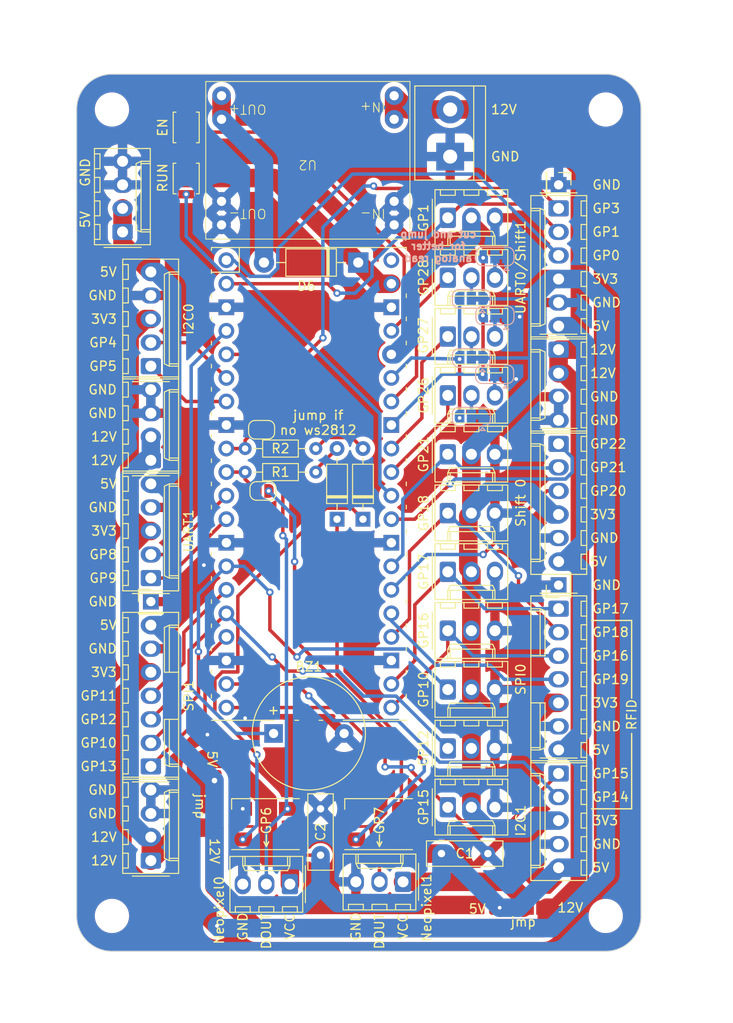
<source format=kicad_pcb>
(kicad_pcb (version 20221018) (generator pcbnew)
  (layers (0 "F.Cu" signal) (31 "B.Cu" signal) (34 "B.Paste" user) (35 "F.Paste" user) (36 "B.SilkS" user "B.Silkscreen") (37 "F.SilkS" user "F.Silkscreen") (38 "B.Mask" user) (39 "F.Mask" user) (44 "Edge.Cuts" user))
  (net 0 "")
  (net 1 "GPIO2")
  (net 2 "GND")
  (net 3 "VSYS")
  (net 4 "Net-(D1-DOUT)")
  (net 5 "Net-(D1-DIN)")
  (net 6 "Net-(D2-A)")
  (net 7 "Net-(D4-K)")
  (net 8 "Net-(D4-A)")
  (net 9 "Net-(D5-DOUT)")
  (net 10 "Net-(D6-A)")
  (net 11 "12V")
  (net 12 "GPIO15")
  (net 13 "GPIO14")
  (net 14 "3V3")
  (net 15 "GPIO9")
  (net 16 "GPIO8")
  (net 17 "GPIO13")
  (net 18 "GPIO10")
  (net 19 "GPIO12")
  (net 20 "GPIO11")
  (net 21 "GPIO0")
  (net 22 "GPIO3")
  (net 23 "GPIO1")
  (net 24 "GPIO22")
  (net 25 "GPIO21")
  (net 26 "GPIO20")
  (net 27 "GPIO26_ADC0")
  (net 28 "ADC_VREF")
  (net 29 "AGND")
  (net 30 "GPIO27_ADC1")
  (net 31 "GPIO28_ADC2")
  (net 32 "Net-(J15-Pin_1)")
  (net 33 "Net-(J16-Pin_1)")
  (net 34 "GPIO17")
  (net 35 "GPIO18")
  (net 36 "GPIO16")
  (net 37 "GPIO19")
  (net 38 "GPIO5")
  (net 39 "GPIO4")
  (net 40 "GPIO7")
  (net 41 "GPIO6")
  (net 42 "3V3_EN")
  (net 43 "RUN")
  (net 44 "VBUS")
  (net 45 "Net-(J9-Pin_2)")
  (net 46 "Net-(J9-Pin_3)")
  (net 47 "Net-(J11-Pin_3)")
  (net 48 "Net-(J11-Pin_2)")
  (net 49 "Net-(J13-Pin_2)")
  (net 50 "Net-(J13-Pin_3)")
  (footprint "Button_Switch_SMD:SW_SPST_B3U-1000P" (layer "F.Cu") (at 179.324 38.178 -90)
    (fp_text reference "SW2" hide)
    (fp_text value "RUN")
  )
  (footprint "Connector_PinHeader_2.54mm:PinHeader_1x01_P2.54mm_Vertical" (layer "F.Cu") (at 175.514 83.82)
    (fp_text reference "J12" hide)
    (fp_text value "Conn_01x01_Pin" hide)
  )
  (footprint "Connector_Molex:Molex_KK-254_AE-6410-03A_1x03_P2.54mm_Vertical" (layer "F.Cu") (at 207.518 80.605)
    (fp_text reference "J33" hide)
    (fp_text value "Conn_01x03_Pin" hide)
  )
  (footprint "Jumper:SolderJumper-2_P1.3mm_Open_RoundedPad1.0x1.5mm" (layer "F.Cu") (at 187.452 65.278 180)
    (fp_text reference "JP4" hide)
    (fp_text value "SolderJumper_2_Open" hide)
  )
  (footprint "Capacitor_THT:C_Disc_D8.0mm_W2.5mm_P5.00mm" (layer "F.Cu") (at 193.802 111.172 90)
    (fp_text reference "C2")
    (fp_text value "100 nf")
  )
  (footprint "MountingHole:MountingHole_3.2mm_M3" (layer "F.Cu") (at 171.323 117.729)
    (fp_text reference "H4" hide)
    (fp_text value "MountingHole" hide)
  )
  (footprint "Connector_Molex:Molex_KK-254_AE-6410-04A_1x04_P2.54mm_Vertical" (layer "F.Cu") (at 172.466 43.942 90)
    (fp_text reference "J5" hide)
    (fp_text value "5V out")
  )
  (footprint "Connector_Molex:Molex_KK-254_AE-6410-04A_1x04_P2.54mm_Vertical" (layer "F.Cu") (at 219.456 56.642 -90)
    (fp_text reference "J20" hide)
    (fp_text value "12V out shift 0")
  )
  (footprint "Diode_THT:D_DO-41_SOD81_P10.16mm_Horizontal" (layer "F.Cu") (at 197.866 47.244 180)
    (fp_text reference "D6")
    (fp_text value "1N5817" hide)
  )
  (footprint "Connector_Molex:Molex_KK-254_AE-6410-04A_1x04_P2.54mm_Vertical" (layer "F.Cu") (at 175.514 111.76 90)
    (fp_text reference "J18" hide)
    (fp_text value "12V out SPI1")
  )
  (footprint "Buzzer_Beeper:Buzzer_12x9.5RM7.6" (layer "F.Cu") (at 188.742 98.044)
    (fp_text reference "BZ1")
    (fp_text value "Buzzer")
  )
  (footprint "Connector_Molex:Molex_KK-254_AE-6410-03A_1x03_P2.54mm_Vertical" (layer "F.Cu") (at 207.518 99.655)
    (fp_text reference "J29" hide)
    (fp_text value "Conn_01x03_Pin" hide)
  )
  (footprint "TerminalBlock:TerminalBlock_bornier-2_P5.08mm" (layer "F.Cu") (at 207.772 35.814 90)
    (fp_text reference "J1" hide)
    (fp_text value "incoming 12v" hide)
  )
  (footprint "Connector_Molex:Molex_KK-254_AE-6410-03A_1x03_P2.54mm_Vertical" (layer "F.Cu") (at 207.518 93.305)
    (fp_text reference "J28" hide)
    (fp_text value "Conn_01x03_Pin" hide)
  )
  (footprint "Connector_Molex:Molex_KK-254_AE-6410-03A_1x03_P2.54mm_Vertical" (layer "F.Cu") (at 207.518 55.225)
    (fp_text reference "J11" hide)
    (fp_text value "GPI027" hide)
  )
  (footprint "MCU_RaspberryPi_and_Boards:RPi_Pico_SMD_TH_No_Pads_No_Debug_No_USB" (layer "F.Cu") (at 192.542 71.12)
    (fp_text reference "U1" hide)
    (fp_text value "Pico")
  )
  (footprint "MountingHole:MountingHole_3.2mm_M3" (layer "F.Cu") (at 171.323 30.734)
    (fp_text reference "H1" hide)
    (fp_text value "MountingHole" hide)
  )
  (footprint "Connector_Molex:Molex_KK-254_AE-6410-04A_1x04_P2.54mm_Vertical" (layer "F.Cu") (at 175.514 68.58 90)
    (fp_text reference "J19" hide)
    (fp_text value "12V out I2C0")
  )
  (footprint "MountingHole:MountingHole_3.2mm_M3" (layer "F.Cu") (at 224.536 117.729)
    (fp_text reference "H3" hide)
    (fp_text value "MountingHole" hide)
  )
  (footprint "Connector_Molex:Molex_KK-254_AE-6410-05A_1x05_P2.54mm_Vertical" (layer "F.Cu") (at 175.514 81.28 90)
    (fp_text reference "J3" hide)
    (fp_text value "UART1")
  )
  (footprint "Connector_PinHeader_2.54mm:PinHeader_1x01_P2.54mm_Vertical" (layer "F.Cu") (at 219.456 38.862 -90)
    (fp_text reference "J10" hide)
    (fp_text value "Conn_01x01_Pin" hide)
  )
  (footprint "Connector_Molex:Molex_KK-254_AE-6410-03A_1x03_P2.54mm_Vertical" (layer "F.Cu") (at 207.518 67.925)
    (fp_text reference "J35" hide)
    (fp_text value "Conn_01x03_Pin" hide)
  )
  (footprint "Diode_THT:D_DO-35_SOD27_P7.62mm_Horizontal" (layer "F.Cu") (at 195.58 74.93 90)
    (fp_text reference "D4" hide)
    (fp_text value "1N4148")
  )
  (footprint "Connector_Molex:Molex_KK-254_AE-6410-03A_1x03_P2.54mm_Vertical" (layer "F.Cu") (at 207.518 86.955)
    (fp_text reference "J32" hide)
    (fp_text value "Conn_01x03_Pin" hide)
  )
  (footprint "Connector_Molex:Molex_KK-254_AE-6410-07A_1x07_P2.54mm_Vertical" (layer "F.Cu") (at 175.514 101.6 90)
    (fp_text reference "J4" hide)
    (fp_text value "SPI1")
  )
  (footprint "LED_SMD:LED_WS2812B_PLCC4_5.0x5.0mm_P3.2mm" (layer "F.Cu") (at 187.87 107.824 180)
    (fp_text reference "D1" hide)
    (fp_text value "WS2812B" hide)
  )
  (footprint "Connector_Molex:Molex_KK-254_AE-6410-03A_1x03_P2.54mm_Vertical" (layer "F.Cu") (at 207.518 74.275)
    (fp_text reference "J34" hide)
    (fp_text value "Conn_01x03_Pin" hide)
  )
  (footprint "Connector_Molex:Molex_KK-254_AE-6410-03A_1x03_P2.54mm_Vertical" (layer "F.Cu") (at 207.518 48.875)
    (fp_text reference "J13" hide)
    (fp_text value "GPI028" hide)
  )
  (footprint "Connector_PinHeader_2.54mm:PinHeader_1x01_P2.54mm_Vertical" (layer "F.Cu") (at 219.456 82.042 90)
    (fp_text reference "J14" hide)
    (fp_text value "Conn_01x01_Pin" hide)
  )
  (footprint "LED_SMD:LED_WS2812B_PLCC4_5.0x5.0mm_P3.2mm" (layer "F.Cu") (at 200.062 107.824 180)
    (fp_text reference "D5" hide)
    (fp_text value "WS2812B" hide)
  )
  (footprint "Connector_Molex:Molex_KK-254_AE-6410-05A_1x05_P2.54mm_Vertical" (layer "F.Cu") (at 175.514 58.42 90)
    (fp_text reference "J21" hide)
    (fp_text value "I2C0")
  )
  (footprint "Capacitor_THT:C_Disc_D8.0mm_W2.5mm_P5.00mm" (layer "F.Cu") (at 206.836 110.998)
    (fp_text reference "C1")
    (fp_text value "100 nf")
  )
  (footprint "Custom:Mini MP1584EN" (layer "F.Cu") (at 192.434 36.215 180)
    (fp_text reference "U2")
    (fp_text value "~")
  )
  (footprint "Resistor_THT:R_Axial_DIN0204_L3.6mm_D1.6mm_P7.62mm_Horizontal" (layer "F.Cu") (at 185.674 69.85)
    (fp_text reference "R1")
    (fp_text value "R")
  )
  (footprint "Custom:3 pads" (layer "F.Cu") (at 215.646 116.84)
    (fp_text reference "JP2" hide)
    (fp_text value "SolderJumper_3_Open" hide)
  )
  (footprint "Connector_Molex:Molex_KK-254_AE-6410-07A_1x07_P2.54mm_Vertical" (layer "F.Cu") (at 219.456 84.582 -90)
    (fp_text reference "J17" hide)
    (fp_text value "SPI0")
  )
  (footprint "Connector_Molex:Molex_KK-254_AE-6410-03A_1x03_P2.54mm_Vertical" (layer "F.Cu") (at 207.518 106.005)
    (fp_text reference "J31" hide)
    (fp_text value "Conn_01x03_Pin" hide)
  )
  (footprint "Diode_THT:D_DO-35_SOD27_P7.62mm_Horizontal" (layer "F.Cu") (at 198.374 74.93 90)
    (fp_text reference "D2" hide)
    (fp_text value "1N4148")
  )
  (footprint "Connector_Molex:Molex_KK-254_AE-6410-03A_1x03_P2.54mm_Vertical" (layer "F.Cu") (at 207.518 61.575)
    (fp_text reference "J9" hide)
    (fp_text value "GPI026" hide)
  )
  (footprint "Connector_Molex:Molex_KK-254_AE-6410-05A_1x05_P2.54mm_Vertical" (layer "F.Cu") (at 219.456 102.362 -90)
    (fp_text reference "J2" hide)
    (fp_text value "I2C1")
  )
  (footprint "Connector_Molex:Molex_KK-254_AE-6410-03A_1x03_P2.54mm_Vertical" (layer "F.Cu") (at 190.5 114.298 180)
    (fp_text reference "J15" hide)
    (fp_text value "Neopixel0")
  )
  (footprint "Connector_Molex:Molex_KK-254_AE-6410-03A_1x03_P2.54mm_Vertical" (layer "F.Cu") (at 202.692 114.046 180)
    (fp_text reference "J16" hide)
    (fp_text value "Neopixel1")
  )
  (footprint "Button_Switch_SMD:SW_SPST_B3U-1000P" (layer "F.Cu") (at 179.324 32.668 90)
    (fp_text reference "SW1" hide)
    (fp_text value "EN")
  )
  (footprint "Jumper:SolderJumper-2_P1.3mm_Open_RoundedPad1.0x1.5mm" (layer "F.Cu") (at 187.594 71.882 180)
    (fp_text reference "JP3" hide)
    (fp_text value "SolderJumper_2_Open" hide)
  )
  (footprint "Connector_Molex:Molex_KK-254_AE-6410-06A_1x06_P2.54mm_Vertical" (layer "F.Cu") (at 219.456 66.802 -90)
    (fp_text reference "J8" hide)
    (fp_text value "Shift 0")
  )
  (footprint "Resistor_THT:R_Axial_DIN0204_L3.6mm_D1.6mm_P7.62mm_Horizontal" (layer "F.Cu") (at 185.674 67.31)
    (fp_text reference "R2")
    (fp_text value "R")
  )
  (footprint "Connector_Molex:Molex_KK-254_AE-6410-03A_1x03_P2.54mm_Vertical" (layer "F.Cu") (at 207.518 42.418)
    (fp_text reference "J6" hide)
    (fp_text value "Conn_01x03_Pin" hide)
  )
  (footprint "MountingHole:MountingHole_3.2mm_M3" (layer "F.Cu") (at 224.536 30.734)
    (fp_text reference "H2" hide)
    (fp_text value "MountingHole" hide)
  )
  (footprint "Connector_Molex:Molex_KK-254_AE-6410-06A_1x06_P2.54mm_Vertical" (layer "F.Cu") (at 219.456 41.402 -90)
    (fp_text reference "J7" hide)
    (fp_text value "UART0/Shift1")
  )
  (footprint "Custom:3 pads" (layer "F.Cu") (at 182.372 105.664 -90)
    (fp_text reference "JP1" hide)
    (fp_text value "SolderJumper_3_Open" hide)
  )
  (footprint "Jumper:SolderJumper-3_P1.3mm_Bridged12_RoundedPad1.0x1.5mm" (layer "B.Cu") (at 212.598 46.589 180)
    (fp_text reference "JP8" hide)
    (fp_text value "SolderJumper_3_Bridged12" hide)
  )
  (footprint "Jumper:SolderJumper-3_P1.3mm_Bridged12_RoundedPad1.0x1.5mm" (layer "B.Cu") (at 210.058 57.535 180)
    (fp_text reference "JP6" hide)
    (fp_text value "SolderJumper_3_Bridged12" hide)
  )
  (footprint "Jumper:SolderJumper-3_P1.3mm_Bridged12_RoundedPad1.0x1.5mm" (layer "B.Cu") (at 212.598 52.963 180)
    (fp_text reference "JP5" hide)
    (fp_text value "SolderJumper_3_Bridged12" hide)
  )
  (footprint "Jumper:SolderJumper-3_P1.3mm_Bridged12_RoundedPad1.0x1.5mm" (layer "B.Cu") (at 210.058 51.161 180)
    (fp_text reference "JP7" hide)
    (fp_text value "SolderJumper_3_Bridged12" hide)
  )
  (footprint "Jumper:SolderJumper-3_P1.3mm_Bridged12_RoundedPad1.0x1.5mm" (layer "B.Cu") (at 210.058 63.861 180)
    (fp_text reference "JP9" hide)
    (fp_text value "SolderJumper_3_Bridged12" hide)
  )
  (footprint "Jumper:SolderJumper-3_P1.3mm_Bridged12_RoundedPad1.0x1.5mm" (layer "B.Cu") (at 212.568 59.289 180)
    (fp_text reference "JP10" hide)
    (fp_text value "SolderJumper_3_Bridged12" hide)
  )
  (gr_line (start 187.96 110.236) (end 188.214 109.728) (stroke (width 0.15)) (layer "F.SilkS"))
  (gr_line (start 227.33 106.172) (end 227.33 98.044) (stroke (width 0.15)) (layer "F.SilkS"))
  (gr_line (start 187.96 110.236) (end 187.706 109.728) (stroke (width 0.15)) (layer "F.SilkS"))
  (gr_line (start 227.33 94.234) (end 227.33 85.852) (stroke (width 0.15)) (layer "F.SilkS"))
  (gr_line (start 227.33 85.852) (end 223.012 85.852) (stroke (width 0.15)) (layer "F.SilkS"))
  (gr_line (start 200.152 108.966) (end 200.152 110.236) (stroke (width 0.15)) (layer "F.SilkS"))
  (gr_line (start 187.96 108.966) (end 187.96 110.236) (stroke (width 0.15)) (layer "F.SilkS"))
  (gr_line (start 223.012 106.172) (end 227.33 106.172) (stroke (width 0.15)) (layer "F.SilkS"))
  (gr_line (start 200.152 110.236) (end 199.898 109.728) (stroke (width 0.15)) (layer "F.SilkS"))
  (gr_line (start 200.152 110.236) (end 200.406 109.728) (stroke (width 0.15)) (layer "F.SilkS"))
  (gr_arc (start 171.323 121.539) (mid 168.628923 120.423077) (end 167.513 117.729) (stroke (width 0.1)) (layer "Edge.Cuts"))
  (gr_line (start 228.346 117.729) (end 228.346 30.734) (stroke (width 0.1)) (layer "Edge.Cuts"))
  (gr_arc (start 228.346 117.729) (mid 227.230077 120.423077) (end 224.536 121.539) (stroke (width 0.1)) (layer "Edge.Cuts"))
  (gr_line (start 171.323 121.539) (end 224.536 121.539) (stroke (width 0.1)) (layer "Edge.Cuts"))
  (gr_arc (start 224.536 26.924) (mid 227.230077 28.039923) (end 228.346 30.734) (stroke (width 0.1)) (layer "Edge.Cuts"))
  (gr_line (start 167.513 30.734) (end 167.513 117.729) (stroke (width 0.1)) (layer "Edge.Cuts"))
  (gr_line (start 224.536 26.924) (end 171.323 26.924) (stroke (width 0.1)) (layer "Edge.Cuts"))
  (gr_arc (start 167.513 30.734) (mid 168.628923 28.039923) (end 171.323 26.924) (stroke (width 0.1)) (layer "Edge.Cuts"))
  (gr_text "cut and jump\nfor better\nanalog read" (at 206.502 45.466) (layer "B.SilkS") (effects (font (size 0.8 0.8) (thickness 0.2) bold) (justify mirror)))
  (gr_text "12V" (at 171.938 68.58) (layer "F.SilkS") (effects (font (size 1 1)) (justify right)))
  (gr_text "GND" (at 222.758 61.722) (layer "F.SilkS") (effects (font (size 1 1)) (justify left)))
  (gr_text "GND" (at 223.012 97.282) (layer "F.SilkS") (effects (font (size 1 1)) (justify left)))
  (gr_text "GP16" (at 205.486 86.935 90) (layer "F.SilkS") (effects (font (size 1 1)) (justify bottom)))
  (gr_text "VCC" (at 190.5 118.87 90) (layer "F.SilkS") (effects (font (size 1 1))))
  (gr_text "GND" (at 223.012 109.982) (layer "F.SilkS") (effects (font (size 1 1)) (justify left)))
  (gr_text "GP4" (at 171.938 55.88) (layer "F.SilkS") (effects (font (size 1 1)) (justify right)))
  (gr_text "GND" (at 171.938 63.5) (layer "F.SilkS") (effects (font (size 1 1)) (justify right)))
  (gr_text "GND" (at 197.612 118.872 90) (layer "F.SilkS") (effects (font (size 1 1))))
  (gr_text "GP0" (at 223.012 46.482) (layer "F.SilkS") (effects (font (size 1 1)) (justify left)))
  (gr_text "3V3" (at 223.012 107.442) (layer "F.SilkS") (effects (font (size 1 1)) (justify left)))
  (gr_text "GND" (at 223.012 82.042) (layer "F.SilkS") (effects (font (size 1 1)) (justify left)))
  (gr_text "GP12" (at 171.938 96.52) (layer "F.SilkS") (effects (font (size 1 1)) (justify right)))
  (gr_text "jmp" (at 180.848 105.898 -90) (layer "F.SilkS") (effects (font (size 1 1))))
  (gr_text "GP6" (at 187.96 107.442 90) (layer "F.SilkS") (effects (font (size 1 1))))
  (gr_text "GND" (at 222.758 64.262) (layer "F.SilkS") (effects (font (size 1 1)) (justify left)))
  (gr_text "GP9" (at 171.958 81.28) (layer "F.SilkS") (effects (font (size 1 1)) (justify right)))
  (gr_text "GP18" (at 205.486 74.275 90) (layer "F.SilkS") (effects (font (size 1 1)) (justify bottom)))
  (gr_text "3V3" (at 222.758 74.422) (layer "F.SilkS") (effects (font (size 1 1)) (justify left)))
  (gr_text "GND" (at 168.448 37.524 90) (layer "F.SilkS") (effects (font (size 1 1))))
  (gr_text "GP10" (at 171.938 99.06) (layer "F.SilkS") (effects (font (size 1 1)) (justify right)))
  (gr_text "GND" (at 171.938 104.14) (layer "F.SilkS") (effects (font (size 1 1)) (justify right)))
  (gr_text "GP1" (at 223.012 43.942) (layer "F.SilkS") (effects (font (size 1 1)) (justify left)))
  (gr_text "5V" (at 210.693 116.967) (layer "F.SilkS") (effects (font (size 1 1))))
  (gr_text "5V" (at 223.012 112.522) (layer "F.SilkS") (effects (font (size 1 1)) (justify left)))
  (gr_text "5V" (at 223.012 54.102) (layer "F.SilkS") (effects (font (size 1 1)) (justify left)))
  (gr_text "GP18" (at 223.012 87.122) (layer "F.SilkS") (effects (font (size 1 1)) (justify left)))
  (gr_text "12V" (at 171.938 109.22) (layer "F.SilkS") (effects (font (size 1 1)) (justify right)))
  (gr_text "GP13" (at 171.938 101.6) (layer "F.SilkS") (effects (font (size 1 1)) (justify right)))
  (gr_text "GP28" (at 205.486 48.855 90) (layer "F.SilkS") (effects (font (size 1 1)) (justify bottom)))
  (gr_text "GP15" (at 205.486 106.005 90) (layer "F.SilkS") (effects (font (size 1 1)) (justify bottom)))
  (gr_text "GND" (at 171.938 106.68) (layer "F.SilkS") (effects (font (size 1 1)) (justify right)))
  (gr_text "GP5" (at 171.938 58.42) (layer "F.SilkS") (effects (font (size 1 1)) (justify right)))
  (gr_text "GND" (at 171.938 88.9) (layer "F.SilkS") (effects (font (size 1 1)) (justify right)))
  (gr_text "GP15" (at 223.012 102.362) (layer "F.SilkS") (effects (font (size 1 1)) (justify left)))
  (gr_text "jmp" (at 215.646 118.364) (layer "F.SilkS") (effects (font (size 1 1))))
  (gr_text "12V" (at 182.372 110.724 -90) (layer "F.SilkS") (effects (font (size 1 1))))
  (gr_text "GP19" (at 223.012 92.202) (layer "F.SilkS") (effects (font (size 1 1)) (justify left)))
  (gr_text "12V" (at 222.758 59.182) (layer "F.SilkS") (effects (font (size 1 1)) (justify left)))
  (gr_text "GP21" (at 222.758 69.342) (layer "F.SilkS") (effects (font (size 1 1)) (justify left)))
  (gr_text "GP16" (at 223.012 89.662) (layer "F.SilkS") (effects (font (size 1 1)) (justify left)))
  (gr_text "5V" (at 168.448 42.604 90) (layer "F.SilkS") (effects (font (size 1 1))))
  (gr_text "DOUT" (at 200.152 119.38 90) (layer "F.SilkS") (effects (font (size 1 1))))
  (gr_text "3V3" (at 223.012 94.742) (layer "F.SilkS") (effects (font (size 1 1)) (justify left)))
  (gr_text "GP3" (at 223.012 41.402) (layer "F.SilkS") (effects (font (size 1 1)) (justify left)))
  (gr_text "GND" (at 171.938 60.96) (layer "F.SilkS") (effects (font (size 1 1)) (justify right)))
  (gr_text "GND" (at 212.09 35.814) (layer "F.SilkS") (effects (font (size 1 1)) (justify left)))
  (gr_text "12V" (at 222.758 56.642) (layer "F.SilkS") (effects (font (size 1 1)) (justify left)))
  (gr_text "GP17" (at 223.012 84.582) (layer "F.SilkS") (effects (font (size 1 1)) (justify left)))
  (gr_text "GP17" (at 205.486 80.605 90) (layer "F.SilkS") (effects (font (size 1 1)) (justify bottom)))
  (gr_text "12V" (at 212.09 30.734) (layer "F.SilkS") (effects (font (size 1 1)) (justify left)))
  (gr_text "GP12" (at 205.486 99.655 90) (layer "F.SilkS") (effects (font (size 1 1)) (justify bottom)))
  (gr_text "12V" (at 171.938 111.76) (layer "F.SilkS") (effects (font (size 1 1)) (justify right)))
  (gr_text "GP22" (at 222.758 66.802) (layer "F.SilkS") (effects (font (size 1 1)) (justify left)))
  (gr_text "5V" (at 171.938 86.36) (layer "F.SilkS") (effects (font (size 1 1)) (justify right)))
  (gr_text "3V3" (at 171.958 76.2) (layer "F.SilkS") (effects (font (size 1 1)) (justify right)))
  (gr_text "GP11" (at 171.938 93.98) (layer "F.SilkS") (effects (font (size 1 1)) (justify right)))
  (gr_text "GND" (at 171.958 73.66) (layer "F.SilkS") (effects (font (size 1 1)) (justify right)))
  (gr_text "12V" (at 220.726 116.84) (layer "F.SilkS") (effects (font (size 1 1))))
  (gr_text "3V3" (at 171.938 53.34) (layer "F.SilkS") (effects (font (size 1 1)) (justify right)))
  (gr_text "GP20" (at 222.758 71.882) (layer "F.SilkS") (effects (font (size 1 1)) (justify left)))
  (gr_text "5V" (at 171.938 48.26) (layer "F.SilkS") (effects (font (size 1 1)) (justify right)))
  (gr_text "VCC" (at 202.692 118.872 90) (layer "F.SilkS") (effects (font (size 1 1))))
  (gr_text "GND" (at 171.938 50.8) (layer "F.SilkS") (effects (font (size 1 1)) (justify right)))
  (gr_text "GP10" (at 205.486 93.305 90) (layer "F.SilkS") (effects (font (size 1 1)) (justify bottom)))
  (gr_text "12V" (at 171.938 66.04) (layer "F.SilkS") (effects (font (size 1 1)) (justify right)))
  (gr_text "jump if\nno ws2812" (at 193.548 64.516) (layer "F.SilkS") (effects (font (size 1 1))))
  (gr_text "5V" (at 223.012 99.822) (layer "F.SilkS") (effects (font (size 1 1)) (justify left)))
  (gr_text "GP1" (at 205.486 42.418 90) (layer "F.SilkS") (effects (font (size 1 1)) (justify bottom)))
  (gr_text "5V" (at 222.758 79.502) (layer "F.SilkS") (effects (font (size 1 1)) (justify left)))
  (gr_text "3V3" (at 223.012 49.022) (layer "F.SilkS") (effects (font (size 1 1)) (justify left)))
  (gr_text "GP8" (at 171.958 78.74) (layer "F.SilkS") (effects (font (size 1 1)) (justify right)))
  (gr_text "GND" (at 223.012 38.862) (layer "F.SilkS") (effects (font (size 1 1)) (justify left)))
  (gr_text "GND" (at 185.42 118.87 90) (layer "F.SilkS") (effects (font (size 1 1))))
  (gr_text "GP21" (at 205.486 67.925 90) (layer "F.SilkS") (effects (font (size 1 1)) (justify bottom)))
  (gr_text "GP26" (at 205.486 61.575 90) (layer "F.SilkS") (effects (font (size 1 1)) (justify bottom)))
  (gr_text "GP27" (at 205.464 55.116 90) (layer "F.SilkS") (effects (font (size 1 1)) (justify bottom)))
  (gr_text "RFID" (at 227.33 96.012 90) (layer "F.SilkS") (effects (font (size 1 1))))
  (gr_text "GP7" (at 200.152 107.442 90) (layer "F.SilkS") (effects (font (size 1 1))))
  (gr_text "3V3" (at 171.938 91.44) (layer "F.SilkS") (effects (font (size 1 1)) (justify right)))
  (gr_text "GND" (at 171.958 83.82) (layer "F.SilkS") (effects (font (size 1 1)) (justify right)))
  (gr_text "5V" (at 171.958 71.12) (layer "F.SilkS") (effects (font (size 1 1)) (justify right)))
  (gr_text "5V" (at 182.118 100.818 -90) (layer "F.SilkS") (effects (font (size 1 1))))
  (gr_text "DOUT" (at 187.96 119.378 90) (layer "F.SilkS") (effects (font (size 1 1))))
  (gr_text "GND" (at 223.012 51.562) (layer "F.SilkS") (effects (font (size 1 1)) (justify left)))
  (gr_text "GP14" (at 223.012 104.902) (layer "F.SilkS") (effects (font (size 1 1)) (justify left)))
  (gr_text "GND" (at 222.758 76.962) (layer "F.SilkS") (effects (font (size 1 1)) (justify left)))
  (segment (start 179.859994 93.208084) (end 179.859994 58.402006) (width 0.375) (layer "B.Cu") (net 1))
  (segment (start 184.69591 98.044) (end 179.859994 93.208084) (width 0.375) (layer "B.Cu") (net 1))
  (segment (start 188.742 98.044) (end 184.69591 98.044) (width 0.375) (layer "B.Cu") (net 1))
  (segment (start 179.859994 58.402006) (end 183.652 54.61) (width 0.375) (layer "B.Cu") (net 1))
  (via (at 185.674 96.393) (size 0.8) (drill 0.4) (layers "F.Cu" "B.Cu") (net 2))
  (via (at 214.884 59.817) (size 0.8) (drill 0.4) (layers "F.Cu" "B.Cu") (net 2))
  (via (at 214.122 50.038) (size 0.8) (drill 0.4) (layers "F.Cu" "B.Cu") (net 2))
  (via (at 181.61 98.171) (size 0.8) (drill 0.4) (layers "F.Cu" "B.Cu") (net 2))
  (via (at 215.265 53.086) (size 0.8) (drill 0.4) (layers "F.Cu" "B.Cu") (net 2))
  (via (at 185.42 106.172) (size 0.8) (drill 0.4) (layers "F.Cu" "B.Cu") (net 2))
  (via (at 181.229 79.883) (size 0.8) (drill 0.4) (layers "F.Cu" "B.Cu") (net 2))
  (segment (start 172.466 45.212) (end 175.514 48.26) (width 2) (layer "F.Cu") (net 3))
  (segment (start 204.036 110.998) (end 202.512 109.474) (width 2) (layer "F.Cu") (net 3))
  (segment (start 193.802 111.172) (end 192.018 111.172) (width 0.375) (layer "F.Cu") (net 3))
  (segment (start 188.75 38.128) (end 197.866 47.244) (width 2) (layer "F.Cu") (net 3))
  (segment (start 197.866 47.244) (end 200.152 49.53) (width 2) (layer "F.Cu") (net 3))
  (segment (start 172.466 43.942) (end 172.466 45.212) (width 2) (layer "F.Cu") (net 3))
  (segment (start 175.514 39.988) (end 177.374 38.128) (width 2) (layer "F.Cu") (net 3))
  (segment (start 177.374 38.128) (end 188.75 38.128) (width 2) (layer "F.Cu") (net 3))
  (segment (start 175.514 48.26) (end 175.514 39.988) (width 2) (layer "F.Cu") (net 3))
  (segment (start 206.836 110.998) (end 204.036 110.998) (width 2) (layer "F.Cu") (net 3))
  (segment (start 172.466 41.402) (end 172.466 43.942) (width 2) (layer "F.Cu") (net 3))
  (segment (start 192.018 111.172) (end 190.32 109.474) (width 0.375) (layer "F.Cu") (net 3))
  (segment (start 200.152 49.53) (end 201.432 49.53) (width 2) (layer "F.Cu") (net 3))
  (via (at 182.372 103.124) (size 1.2) (drill 0.6) (layers "F.Cu" "B.Cu") (net 3))
  (via (at 213.106 116.84) (size 0.8) (drill 0.4) (layers "F.Cu" "B.Cu") (net 3))
  (segment (start 206.836 113.41761) (end 206.836 110.998) (width 2) (layer "B.Cu") (net 3))
  (segment (start 184.562578 116.593) (end 191.72061 116.593) (width 2) (layer "B.Cu") (net 3))
  (segment (start 182.372 103.124) (end 177.809 98.561) (width 2) (layer "B.Cu") (net 3))
  (segment (start 177.074 86.36) (end 177.809 85.625) (width 2) (layer "B.Cu") (net 3))
  (segment (start 219.456 79.502) (end 220.068422 79.502) (width 2) (layer "B.Cu") (net 3))
  (segment (start 177.809 49.942578) (end 176.126422 48.26) (width 2) (layer "B.Cu") (net 3))
  (segment (start 207.264 110.998) (end 213.106 116.84) (width 2) (layer "B.Cu") (net 3))
  (segment (start 206.836 110.998) (end 207.264 110.998) (width 2) (layer "B.Cu") (net 3))
  (segment (start 195.63139 116.341) (end 203.91261 116.341) (width 2) (layer "B.Cu") (net 3))
  (segment (start 222.326 55.943) (end 220.485 54.102) (width 2) (layer "B.Cu") (net 3))
  (segment (start 177.809 85.625) (end 177.809 72.16373) (width 2) (layer "B.Cu") (net 3))
  (segment (start 221.996 80.482) (end 221.016 79.502) (width 2) (layer "B.Cu") (net 3))
  (segment (start 220.781 99.822) (end 219.456 99.822) (width 2) (layer "B.Cu") (net 3))
  (segment (start 177.809 72.16373) (end 176.76527 71.12) (width 2) (layer "B.Cu") (net 3))
  (segment (start 215.138 116.84) (end 219.456 112.522) (width 2) (layer "B.Cu") (net 3))
  (segment (start 176.276 86.36) (end 175.514 86.36) (width 2) (layer "B.Cu") (net 3))
  (segment (start 220.068422 99.822) (end 221.996 97.894422) (width 2) (layer "B.Cu") (net 3))
  (segment (start 193.802 114.51161) (end 195.63139 116.341) (width 2) (layer "B.Cu") (net 3))
  (segment (start 175.514 86.36) (end 177.074 86.36) (width 2) (layer "B.Cu") (net 3))
  (segment (start 221.996 97.894422) (end 221.996 80.482) (width 2) (layer "B.Cu") (net 3))
  (segment (start 177.809 98.561) (end 177.809 87.893) (width 2) (layer "B.Cu") (net 3))
  (segment (start 220.485 54.102) (end 219.456 54.102) (width 2) (layer "B.Cu") (net 3))
  (segment (start 222.101 101.142) (end 220.781 99.822) (width 2) (layer "B.Cu") (net 3))
  (segment (start 193.802 114.51161) (end 193.802 111.172) (width 2) (layer "B.Cu") (net 3))
  (segment (start 182.372 103.124) (end 182.372 114.402422) (width 2) (layer "B.Cu") (net 3))
  (segment (start 213.106 116.84) (end 215.138 116.84) (width 2) (layer "B.Cu") (net 3))
  (segment (start 175.514 71.12) (end 176.48961 71.12) (width 2) (layer "B.Cu") (net 3))
  (segment (start 176.48961 71.12) (end 177.809 69.80061) (width 2) (layer "B.Cu") (net 3))
  (segment (start 191.72061 116.593) (end 193.802 114.51161) (width 2) (layer "B.Cu") (net 3))
  (segment (start 177.809 69.80061) (end 177.809 49.942578) (width 2) (layer "B.Cu") (net 3))
  (segment (start 176.126422 48.26) (end 175.514 48.26) (width 2) (layer "B.Cu") (net 3))
  (segment (start 219.456 99.822) (end 220.068422 99.822) (width 2) (layer "B.Cu") (net 3))
  (segment (start 222.101 112.522) (end 222.101 101.142) (width 2) (layer "B.Cu") (net 3))
  (segment (start 177.809 87.893) (end 176.276 86.36) (width 2) (layer "B.Cu") (net 3))
  (segment (start 182.372 114.402422) (end 184.562578 116.593) (width 2) (layer "B.Cu") (net 3))
  (segment (start 222.326 77.244422) (end 222.326 55.943) (width 2) (layer "B.Cu") (net 3))
  (segment (start 220.068422 79.502) (end 222.326 77.244422) (width 2) (layer "B.Cu") (net 3))
  (segment (start 221.016 79.502) (end 219.456 79.502) (width 2) (layer "B.Cu") (net 3))
  (segment (start 203.91261 116.341) (end 206.836 113.41761) (width 2) (layer "B.Cu") (net 3))
  (segment (start 176.76527 71.12) (end 175.514 71.12) (width 2) (layer "B.Cu") (net 3))
  (segment (start 219.456 112.522) (end 222.101 112.522) (width 2) (layer "B.Cu") (net 3))
  (segment (start 189.738 66.914) (end 189.738 76.708) (width 0.375) (layer "F.Cu") (net 4))
  (segment (start 190.248 106.174) (end 190.246 106.172) (width 0.375) (layer "F.Cu") (net 4))
  (segment (start 190.32 106.174) (end 190.248 106.174) (width 0.375) (layer "F.Cu") (net 4))
  (segment (start 188.102 65.278) (end 189.738 66.914) (width 0.375) (layer "F.Cu") (net 4))
  (via (at 190.246 106.172) (size 0.8) (drill 0.4) (layers "F.Cu" "B.Cu") (net 4))
  (via (at 189.738 76.708) (size 0.8) (drill 0.4) (layers "F.Cu" "B.Cu") (net 4))
  (segment (start 187.96 108.458) (end 187.96 114.298) (width 0.375) (layer "B.Cu") (net 4))
  (segment (start 190.1295 106.0555) (end 190.246 106.172) (width 0.375) (layer "B.Cu") (net 4))
  (segment (start 190.1295 77.0995) (end 190.1295 106.0555) (width 0.375) (layer "B.Cu") (net 4))
  (segment (start 190.246 106.172) (end 187.96 108.458) (width 0.375) (layer "B.Cu") (net 4))
  (segment (start 189.738 76.708) (end 190.1295 77.0995) (width 0.375) (layer "B.Cu") (net 4))
  (segment (start 186.8075 100.15559) (end 182.4145 95.76259) (width 0.375) (layer "F.Cu") (net 5))
  (segment (start 194.3925 73.7425) (end 197.1865 73.7425) (width 0.375) (layer "F.Cu") (net 5))
  (segment (start 186.8075 100.1935) (end 186.944 100.33) (width 0.375) (layer "F.Cu") (net 5))
  (segment (start 182.4145 92.19741) (end 183.20441 91.4075) (width 0.375) (layer "F.Cu") (net 5))
  (segment (start 197.1865 73.7425) (end 198.374 74.93) (width 0.375) (layer "F.Cu") (net 5))
  (segment (start 184.8895 83.2455) (end 194.3925 73.7425) (width 0.375) (layer "F.Cu") (net 5))
  (segment (start 186.8075 100.15559) (end 186.8075 100.1935) (width 0.375) (layer "F.Cu") (net 5))
  (segment (start 182.4145 95.76259) (end 182.4145 92.19741) (width 0.375) (layer "F.Cu") (net 5))
  (segment (start 184.8895 91.4075) (end 184.8895 83.2455) (width 0.375) (layer "F.Cu") (net 5))
  (segment (start 183.20441 91.4075) (end 184.8895 91.4075) (width 0.375) (layer "F.Cu") (net 5))
  (via (at 186.944 100.33) (size 0.8) (drill 0.4) (layers "F.Cu" "B.Cu") (net 5))
  (via (at 185.42 109.474) (size 0.8) (drill 0.4) (layers "F.Cu" "B.Cu") (net 5))
  (segment (start 186.944 107.95) (end 185.42 109.474) (width 0.375) (layer "B.Cu") (net 5))
  (segment (start 186.944 100.33) (end 186.944 107.95) (width 0.375) (layer "B.Cu") (net 5))
  (segment (start 197.1865 66.1225) (end 198.374 67.31) (width 0.375) (layer "F.Cu") (net 6))
  (segment (start 193.294 67.31) (end 194.4815 66.1225) (width 0.375) (layer "F.Cu") (net 6))
  (segment (start 194.4815 66.1225) (end 197.1865 66.1225) (width 0.375) (layer "F.Cu") (net 6))
  (segment (start 195.58 91.694) (end 204.978 101.092) (width 0.375) (layer "F.Cu") (net 7))
  (segment (start 195.58 74.93) (end 195.58 91.694) (width 0.375) (layer "F.Cu") (net 7))
  (via (at 197.612 109.474) (size 0.8) (drill 0.4) (layers "F.Cu" "B.Cu") (net 7))
  (via (at 204.978 101.092) (size 0.8) (drill 0.4) (layers "F.Cu" "B.Cu") (net 7))
  (segment (start 204.978 102.108) (end 197.612 109.474) (width 0.375) (layer "B.Cu") (net 7))
  (segment (start 204.978 101.092) (end 204.978 102.108) (width 0.375) (layer "B.Cu") (net 7))
  (segment (start 193.294 69.596) (end 195.58 67.31) (width 0.375) (layer "F.Cu") (net 8))
  (segment (start 193.294 69.85) (end 193.294 69.596) (width 0.375) (layer "F.Cu") (net 8))
  (segment (start 202.512 99.439172) (end 191.008 87.935172) (width 0.375) (layer "F.Cu") (net 9))
  (segment (start 200.152 108.534) (end 200.152 114.046) (width 0.375) (layer "F.Cu") (net 9))
  (segment (start 191.008 87.935172) (end 191.008 79.502) (width 0.375) (layer "F.Cu") (net 9))
  (segment (start 202.512 106.174) (end 202.512 99.439172) (width 0.375) (layer "F.Cu") (net 9))
  (segment (start 202.512 106.174) (end 200.152 108.534) (width 0.375) (layer "F.Cu") (net 9))
  (via (at 191.008 79.502) (size 0.8) (drill 0.4) (layers "F.Cu" "B.Cu") (net 9))
  (via (at 188.214 71.882) (size 0.8) (drill 0.4) (layers "F.Cu" "B.Cu") (net 9))
  (segment (start 191.008 74.676) (end 188.214 71.882) (width 0.375) (layer "B.Cu") (net 9))
  (segment (start 191.008 79.502) (end 191.008 74.676) (width 0.375) (layer "B.Cu") (net 9))
  (segment (start 183.134 29.25) (end 183.134 31.79) (width 2) (layer "F.Cu") (net 10))
  (segment (start 183.134 31.79) (end 187.706 36.362) (width 2) (layer "B.Cu") (net 10))
  (segment (start 187.706 36.362) (end 187.706 47.244) (width 2) (layer "B.Cu") (net 10))
  (segment (start 220.068422 59.182) (end 221.751 60.864578) (width 2) (layer "F.Cu") (net 11))
  (segment (start 207.772 30.734) (end 203.218 30.734) (width 2) (layer "F.Cu") (net 11))
  (segment (start 186.858 119.04) (end 182.372 114.554) (width 2) (layer "F.Cu") (net 11))
  (segment (start 221.751 37.057) (end 221.751 56.125) (width 2) (layer "F.Cu") (net 11))
  (segment (start 221.751 56.125) (end 221.234 56.642) (width 2) (layer "F.Cu") (net 11))
  (segment (start 175.514 111.76) (end 175.514 109.22) (width 2) (layer "F.Cu") (net 11))
  (segment (start 215.428 30.734) (end 221.751 37.057) (width 2) (layer "F.Cu") (net 11))
  (segment (start 201.734 29.25) (end 201.734 31.79) (width 2) (layer "F.Cu") (net 11))
  (segment (start 182.372 108.204) (end 179.07 108.204) (width 2) (layer "F.Cu") (net 11))
  (segment (start 182.372 114.554) (end 182.372 108.204) (width 2) (layer "F.Cu") (net 11))
  (segment (start 219.202 116.84) (end 218.186 116.84) (width 2) (layer "F.Cu") (net 11))
  (segment (start 203.218 30.734) (end 201.734 29.25) (width 2) (layer "F.Cu") (net 11))
  (segment (start 219.456 56.642) (end 219.456 59.182) (width 2) (layer "F.Cu") (net 11))
  (segment (start 221.234 56.642) (end 219.456 56.642) (width 2) (layer "F.Cu") (net 11))
  (segment (start 219.456 59.182) (end 220.068422 59.182) (width 2) (layer "F.Cu") (net 11))
  (segment (start 218.186 116.84) (end 218.186 118.605) (width 2) (layer "F.Cu") (net 11))
  (segment (start 221.751 114.291) (end 219.202 116.84) (width 2) (layer "F.Cu") (net 11))
  (segment (start 217.751 119.04) (end 186.858 119.04) (width 2) (layer "F.Cu") (net 11))
  (segment (start 221.751 60.864578) (end 221.751 114.291) (width 2) (layer "F.Cu") (net 11))
  (segment (start 207.772 30.734) (end 215.428 30.734) (width 2) (layer "F.Cu") (net 11))
  (segment (start 218.186 118.605) (end 217.751 119.04) (width 2) (layer "F.Cu") (net 11))
  (segment (start 179.07 108.204) (end 175.514 111.76) (width 2) (layer "F.Cu") (net 11))
  (segment (start 175.514 68.58) (end 175.514 66.04) (width 2) (layer "B.Cu") (net 11))
  (segment (start 174.901578 68.58) (end 175.514 68.58) (width 2) (layer "B.Cu") (net 11))
  (segment (start 175.514 109.22) (end 174.901578 109.22) (width 2) (layer "B.Cu") (net 11))
  (segment (start 173.219 107.537422) (end 173.219 70.262578) (width 2) (layer "B.Cu") (net 11))
  (segment (start 173.219 70.262578) (end 174.901578 68.58) (width 2) (layer "B.Cu") (net 11))
  (segment (start 174.901578 109.22) (end 173.219 107.537422) (width 2) (layer "B.Cu") (net 11))
  (segment (start 209.0005 107.4875) (end 214.3305 107.4875) (width 0.375) (layer "F.Cu") (net 12))
  (segment (start 207.518 106.005) (end 209.0005 107.4875) (width 0.375) (layer "F.Cu") (net 12))
  (segment (start 183.652 95.25) (end 195.510222 95.25) (width 0.375) (layer "F.Cu") (net 12))
  (segment (start 203.56 101.72) (end 203.56 102.047) (width 0.375) (layer "F.Cu") (net 12))
  (segment (start 214.3305 107.4875) (end 219.456 102.362) (width 0.375) (layer "F.Cu") (net 12))
  (segment (start 200.76 100.499778) (end 200.76 101.65) (width 0.375) (layer "F.Cu") (net 12))
  (segment (start 195.510222 95.25) (end 200.76 100.499778) (width 0.375) (layer "F.Cu") (net 12))
  (segment (start 203.56 102.047) (end 207.518 106.005) (width 0.375) (layer "F.Cu") (net 12))
  (via (at 200.76 101.65) (size 0.8) (drill 0.4) (layers "F.Cu" "B.Cu") (net 12))
  (via (at 203.56 101.72) (size 0.8) (drill 0.4) (layers "F.Cu" "B.Cu") (net 12))
  (segment (start 203.49 101.65) (end 203.56 101.72) (width 0.375) (layer "B.Cu") (net 12))
  (segment (start 200.76 101.65) (end 203.49 101.65) (width 0.375) (layer "B.Cu") (net 12))
  (segment (start 192.532 93.98) (end 191.262 92.71) (width 0.375) (layer "F.Cu") (net 13))
  (segment (start 191.262 92.71) (end 183.652 92.71) (width 0.375) (layer "F.Cu") (net 13))
  (via (at 192.532 93.98) (size 0.8) (drill 0.4) (layers "F.Cu" "B.Cu") (net 13))
  (segment (start 215.6915 101.1375) (end 206.633939 101.1375) (width 0.375) (layer "B.Cu") (net 13))
  (segment (start 195.2085 96.6565) (end 192.532 93.98) (width 0.375) (layer "B.Cu") (net 13))
  (segment (start 219.456 104.902) (end 215.6915 101.1375) (width 0.375) (layer "B.Cu") (net 13))
  (segment (start 206.633939 101.1375) (end 202.152939 96.6565) (width 0.375) (layer "B.Cu") (net 13))
  (segment (start 202.152939 96.6565) (end 195.2085 96.6565) (width 0.375) (layer "B.Cu") (net 13))
  (segment (start 210.058 93.305) (end 210.058 86.955) (width 2) (layer "F.Cu") (net 14))
  (segment (start 173.219 74.667) (end 174.752 76.2) (width 2) (layer "F.Cu") (net 14))
  (segment (start 210.058 93.917422) (end 211.898578 95.758) (width 2) (layer "F.Cu") (net 14))
  (segment (start 172.45 112.21161) (end 174.67839 114.44) (width 2) (layer "F.Cu") (net 14))
  (segment (start 209.728 74.605) (end 210.058 74.275) (width 2) (layer "F.Cu") (net 14))
  (segment (start 219.456 49.022) (end 215.897422 49.022) (width 2) (layer "F.Cu") (net 14))
  (segment (start 211.898578 95.758) (end 217.424 95.758) (width 2) (layer "F.Cu") (net 14))
  (segment (start 174.901578 53.34) (end 173.219 55.022578) (width 2) (layer "F.Cu") (net 14))
  (segment (start 173.219 77.882578) (end 173.219 89.757422) (width 2) (layer "F.Cu") (net 14))
  (segment (start 210.058 86.955) (end 210.058 80.605) (width 2) (layer "F.Cu") (net 14))
  (segment (start 210.058 74.275) (end 210.058 67.925) (width 2) (layer "F.Cu") (net 14))
  (segment (start 172.45 93.891578) (end 172.45 112.21161) (width 2) (layer "F.Cu") (net 14))
  (segment (start 210.058 106.005) (end 210.058 99.655) (width 2) (layer "F.Cu") (net 14))
  (segment (start 173.219 89.757422) (end 174.901578 91.44) (width 2) (layer "F.Cu") (net 14))
  (segment (start 174.901578 91.44) (end 175.514 91.44) (width 2) (layer "F.Cu") (net 14))
  (segment (start 173.219 55.022578) (end 173.219 74.667) (width 2) (layer "F.Cu") (net 14))
  (segment (start 175.514 53.34) (end 174.901578 53.34) (width 2) (layer "F.Cu") (net 14))
  (segment (start 215.897422 49.022) (end 210.058 43.182578) (width 2) (layer "F.Cu") (net 14))
  (segment (start 174.67839 114.44) (end 178.28 114.44) (width 2) (layer "F.Cu") (net 14))
  (segment (start 209.728 80.275) (end 209.728 74.605) (width 2) (layer "F.Cu") (net 14))
  (segment (start 174.752 76.2) (end 175.514 76.2) (width 2) (layer "F.Cu") (net 14))
  (segment (start 210.058 80.605) (end 209.728 80.275) (width 2) (layer "F.Cu") (net 14))
  (segment (start 210.058 99.655) (end 210.058 93.305) (width 2) (layer "F.Cu") (net 14))
  (segment (start 174.901578 91.44) (end 172.45 93.891578) (width 2) (layer "F.Cu") (net 14))
  (segment (start 175.514 76.2) (end 174.901578 76.2) (width 2) (layer "F.Cu") (net 14))
  (segment (start 210.058 43.182578) (end 210.058 42.418) (width 2) (layer "F.Cu") (net 14))
  (segment (start 178.28 114.44) (end 182.64 118.8) (width 2) (layer "F.Cu") (net 14))
  (segment (start 174.901578 76.2) (end 173.219 77.882578) (width 2) (layer "F.Cu") (net 14))
  (segment (start 217.424 95.758) (end 218.44 94.742) (width 2) (layer "F.Cu") (net 14))
  (segment (start 210.058 93.305) (end 210.058 93.917422) (width 2) (layer "F.Cu") (net 14))
  (segment (start 218.44 94.742) (end 219.456 94.742) (width 2) (layer "F.Cu") (net 14))
  (via (at 182.64 118.8) (size 0.8) (drill 0.4) (layers "F.Cu" "B.Cu") (net 14))
  (segment (start 203.482 49.39539) (end 203.482 55.459138) (width 2) (layer "B.Cu") (net 14))
  (segment (start 210.058 67.312578) (end 212.665289 64.705289) (width 2) (layer "B.Cu") (net 14))
  (segment (start 210.058 106.005) (end 210.058 106.617422) (width 2) (layer "B.Cu") (net 14))
  (segment (start 208.07 46.58) (end 206.29739 46.58) (width 2) (layer "B.Cu") (net 14))
  (segment (start 216.569 51.161) (end 217.161 50.569) (width 0.375) (layer "B.Cu") (net 14))
  (segment (start 224.55 51.471) (end 222.101 49.022) (width 2) (layer "B.Cu") (net 14))
  (segment (start 210.058 44.592) (end 208.07 46.58) (width 2) (layer "B.Cu") (net 14))
  (segment (start 222.101 49.022) (end 219.456 49.022) (width 2) (layer "B.Cu") (net 14))
  (segment (start 211.740578 108.3) (end 215.953 108.3) (width 2) (layer "B.Cu") (net 14))
  (segment (start 224.55 113.18427) (end 224.55 51.471) (width 2) (layer "B.Cu") (net 14))
  (segment (start 210.058 42.418) (end 210.058 44.592) (width 2) (layer "B.Cu") (net 14))
  (segment (start 211.358 51.161) (end 216.569 51.161) (width 0.375) (layer "B.Cu") (net 14))
  (segment (start 217.161 60.209578) (end 217.161 57.47) (width 2) (layer "B.Cu") (net 14))
  (segment (start 212.665289 64.705289) (end 217.161 60.209578) (width 2) (layer "B.Cu") (net 14))
  (segment (start 182.64 118.8) (end 182.88 119.04) (width 2) (layer "B.Cu") (net 14))
  (segment (start 206.29739 46.58) (end 203.482 49.39539) (width 2) (layer "B.Cu") (net 14))
  (segment (start 210.058 106.617422) (end 211.740578 108.3) (width 2) (layer "B.Cu") (net 14))
  (segment (start 218.69427 119.04) (end 224.55 113.18427) (width 2) (layer "B.Cu") (net 14))
  (segment (start 216.811 107.442) (end 219.456 107.442) (width 2) (layer "B.Cu") (net 14))
  (segment (start 182.88 119.04) (end 218.69427 119.04) (width 2) (layer "B.Cu") (net 14))
  (segment (start 211.358 57.535) (end 217.096 57.535) (width 0.375) (layer "B.Cu") (net 14))
  (segment (start 211.358 63.861) (end 211.821 63.861) (width 0.375) (layer "B.Cu") (net 14))
  (segment (start 210.058 73.662578) (end 211.740578 71.98) (width 2) (layer "B.Cu") (net 14))
  (segment (start 216.379 71.98) (end 218.821 74.422) (width 2) (layer "B.Cu") (net 14))
  (segment (start 210.058 74.275) (end 210.058 73.662578) (width 2) (layer "B.Cu") (net 14))
  (segment (start 203.482 55.459138) (end 201.791138 57.15) (width 2) (layer "B.Cu") (net 14))
  (segment (start 211.821 63.861) (end 212.665289 64.705289) (width 0.375) (layer "B.Cu") (net 14))
  (segment (start 215.953 108.3) (end 216.811 107.442) (width 2) (layer "B.Cu") (net 14))
  (segment (start 211.740578 71.98) (end 216.379 71.98) (width 2) (layer "B.Cu") (net 14))
  (segment (start 218.708 49.022) (end 219.456 49.022) (width 2) (layer "B.Cu") (net 14))
  (segment (start 201.791138 57.15) (end 201.432 57.15) (width 2) (layer "B.Cu") (net 14))
  (segment (start 217.161 50.569) (end 218.708 49.022) (width 2) (layer "B.Cu") (net 14))
  (segment (start 217.096 57.535) (end 217.161 57.47) (width 0.375) (layer "B.Cu") (net 14))
  (segment (start 217.161 57.47) (end 217.161 50.569) (width 2) (layer "B.Cu") (net 14))
  (segment (start 210.058 67.925) (end 210.058 67.312578) (width 2) (layer "B.Cu") (net 14))
  (segment (start 218.821 74.422) (end 219.456 74.422) (width 2) (layer "B.Cu") (net 14))
  (segment (start 175.514 81.28) (end 177.302 81.28) (width 0.375) (layer "F.Cu") (net 15))
  (segment (start 177.302 81.28) (end 183.652 74.93) (width 0.375) (layer "F.Cu") (net 15))
  (segment (start 175.514 78.74) (end 177.302 78.74) (width 0.375) (layer "F.Cu") (net 16))
  (segment (start 177.302 78.74) (end 183.652 72.39) (width 0.375) (layer "F.Cu") (net 16))
  (segment (start 181.356 89.926) (end 183.652 87.63) (width 0.375) (layer "F.Cu") (net 17))
  (segment (start 175.514 101.6) (end 181.356 95.758) (width 0.375) (layer "F.Cu") (net 17))
  (segment (start 181.356 95.758) (end 181.356 89.926) (width 0.375) (layer "F.Cu") (net 17))
  (segment (start 191.262 89.789) (end 188.341 86.868) (width 0.375) (layer "F.Cu") (net 18))
  (segment (start 175.514 99.06) (end 180.647494 93.926506) (width 0.375) (layer "F.Cu") (net 18))
  (segment (start 188.341 86.868) (end 188.341 82.804) (width 0.375) (layer "F.Cu") (net 18))
  (segment (start 180.647494 93.926506) (end 180.647494 89.207494) (width 0.375) (layer "F.Cu") (net 18))
  (via (at 191.262 89.789) (size 0.8) (drill 0.4) (layers "F.Cu" "B.Cu") (net 18))
  (via (at 180.647494 89.207494) (size 0.8) (drill 0.4) (layers "F.Cu" "B.Cu") (net 18))
  (via (at 188.341 82.804) (size 0.8) (drill 0.4) (layers "F.Cu" "B.Cu") (net 18))
  (segment (start 185.547 80.01) (end 183.652 80.01) (width 0.375) (layer "B.Cu") (net 18))
  (segment (start 207.518 93.305) (end 203.1455 88.9325) (width 0.375) (layer "B.Cu") (net 18))
  (segment (start 188.341 82.804) (end 185.547 80.01) (width 0.375) (layer "B.Cu") (net 18))
  (segment (start 180.647494 89.207494) (end 180.647494 83.014506) (width 0.375) (layer "B.Cu") (net 18))
  (segment (start 180.647494 83.014506) (end 183.652 80.01) (width 0.375) (layer "B.Cu") (net 18))
  (segment (start 203.1455 88.9325) (end 192.1185 88.9325) (width 0.375) (layer "B.Cu") (net 18))
  (segment (start 192.1185 88.9325) (end 191.262 89.789) (width 0.375) (layer "B.Cu") (net 18))
  (segment (start 183.652 85.09) (end 179.645 89.097) (width 0.375) (layer "F.Cu") (net 19))
  (segment (start 179.645 92.389) (end 175.514 96.52) (width 0.375) (layer "F.Cu") (net 19))
  (segment (start 188.595 89.789) (end 190.119 91.313) (width 0.375) (layer "F.Cu") (net 19))
  (segment (start 179.645 89.097) (end 179.645 92.389) (width 0.375) (layer "F.Cu") (net 19))
  (segment (start 190.119 91.313) (end 191.897 91.313) (width 0.375) (layer "F.Cu") (net 19))
  (via (at 188.595 89.789) (size 0.8) (drill 0.4) (layers "F.Cu" "B.Cu") (net 19))
  (via (at 191.897 91.313) (size 0.8) (drill 0.4) (layers "F.Cu" "B.Cu") (net 19))
  (segment (start 207.518 99.58591) (end 207.518 99.655) (width 0.375) (layer "B.Cu") (net 19))
  (segment (start 201.94459 94.0125) (end 207.518 99.58591) (width 0.375) (layer "B.Cu") (net 19))
  (segment (start 191.897 91.313) (end 195.74491 91.313) (width 0.375) (layer "B.Cu") (net 19))
  (segment (start 183.652 85.09) (end 188.351 89.789) (width 0.375) (layer "B.Cu") (net 19))
  (segment (start 195.74491 91.313) (end 198.44441 94.0125) (width 0.375) (layer "B.Cu") (net 19))
  (segment (start 198.44441 94.0125) (end 201.94459 94.0125) (width 0.375) (layer "B.Cu") (net 19))
  (segment (start 188.351 89.789) (end 188.595 89.789) (width 0.375) (layer "B.Cu") (net 19))
  (segment (start 179.07 90.424) (end 179.07 87.132) (width 0.375) (layer "F.Cu") (net 20))
  (segment (start 175.514 93.98) (end 179.07 90.424) (width 0.375) (layer "F.Cu") (net 20))
  (segment (start 179.07 87.132) (end 183.652 82.55) (width 0.375) (layer "F.Cu") (net 20))
  (segment (start 219.456 46.482) (end 210.6755 37.7015) (width 0.375) (layer "B.Cu") (net 21))
  (segment (start 197.2485 37.7015) (end 189.1935 45.7565) (width 0.375) (layer "B.Cu") (net 21))
  (segment (start 184.455173 46.99) (end 183.652 46.99) (width 0.375) (layer "B.Cu") (net 21))
  (segment (start 210.6755 37.7015) (end 197.2485 37.7015) (width 0.375) (layer "B.Cu") (net 21))
  (segment (start 189.1935 47.860143) (end 188.322143 48.7315) (width 0.375) (layer "B.Cu") (net 21))
  (segment (start 188.322143 48.7315) (end 186.196673 48.7315) (width 0.375) (layer "B.Cu") (net 21))
  (segment (start 189.1935 45.7565) (end 189.1935 47.860143) (width 0.375) (layer "B.Cu") (net 21))
  (segment (start 186.196673 48.7315) (end 184.455173 46.99) (width 0.375) (layer "B.Cu") (net 21))
  (segment (start 217.3065 39.2525) (end 219.456 41.402) (width 0.375) (layer "F.Cu") (net 22))
  (segment (start 199.7805 39.2525) (end 217.3065 39.2525) (width 0.375) (layer "F.Cu") (net 22))
  (segment (start 192.278 57.15) (end 183.652 57.15) (width 0.375) (layer "F.Cu") (net 22))
  (segment (start 194.056 55.372) (end 192.278 57.15) (width 0.375) (layer "F.Cu") (net 22))
  (segment (start 199.517 38.989) (end 199.7805 39.2525) (width 0.375) (layer "F.Cu") (net 22))
  (via (at 194.056 55.372) (size 0.8) (drill 0.4) (layers "F.Cu" "B.Cu") (net 22))
  (via (at 199.517 38.989) (size 0.8) (drill 0.4) (layers "F.Cu" "B.Cu") (net 22))
  (segment (start 199.517 38.989) (end 198.501 38.989) (width 0.375) (layer "B.Cu") (net 22))
  (segment (start 194.056 43.434) (end 194.056 55.372) (width 0.375) (layer "B.Cu") (net 22))
  (segment (start 198.501 38.989) (end 194.056 43.434) (width 0.375) (layer "B.Cu") (net 22))
  (segment (start 195.58 50.546) (end 194.564 49.53) (width 0.375) (layer "F.Cu") (net 23))
  (segment (start 216.4495 40.9355) (end 209.0005 40.9355) (width 0.375) (layer "F.Cu") (net 23))
  (segment (start 209.0005 40.9355) (end 207.518 42.418) (width 0.375) (layer "F.Cu") (net 23))
  (segment (start 219.456 43.942) (end 216.4495 40.9355) (width 0.375) (layer "F.Cu") (net 23))
  (segment (start 194.564 49.53) (end 183.652 49.53) (width 0.375) (layer "F.Cu") (net 23))
  (via (at 195.58 50.546) (size 0.8) (drill 0.4) (layers "F.Cu" "B.Cu") (net 23))
  (segment (start 199.3535 47.31841) (end 199.3535 48.7315) (width 0.375) (layer "B.Cu") (net 23))
  (segment (start 197.539 50.546) (end 195.58 50.546) (width 0.375) (layer "B.Cu") (net 23))
  (segment (start 199.3535 48.7315) (end 197.539 50.546) (width 0.375) (layer "B.Cu") (net 23))
  (segment (start 205.3685 44.5675) (end 202.10441 44.5675) (width 0.375) (layer "B.Cu") (net 23))
  (segment (start 202.10441 44.5675) (end 199.3535 47.31841) (width 0.375) (layer "B.Cu") (net 23))
  (segment (start 207.518 42.418) (end 205.3685 44.5675) (width 0.375) (layer "B.Cu") (net 23))
  (segment (start 203.962 74.93) (end 207.772 71.12) (width 0.375) (layer "F.Cu") (net 24))
  (segment (start 201.432 74.93) (end 203.962 74.93) (width 0.375) (layer "F.Cu") (net 24))
  (via (at 207.772 71.12) (size 0.8) (drill 0.4) (layers "F.Cu" "B.Cu") (net 24))
  (segment (start 208.2995 70.5925) (end 218.703126 70.5925) (width 0.375) (layer "B.Cu") (net 24))
  (segment (start 220.9385 68.2845) (end 219.456 66.802) (width 0.375) (layer "B.Cu") (net 24))
  (segment (start 220.9385 69.862874) (end 220.9385 68.2845) (width 0.375) (layer "B.Cu") (net 24))
  (segment (start 218.710126 70.5995) (end 220.201874 70.5995) (width 0.375) (layer "B.Cu") (net 24))
  (segment (start 207.772 71.12) (end 208.2995 70.5925) (width 0.375) (layer "B.Cu") (net 24))
  (segment (start 218.703126 70.5925) (end 218.710126 70.5995) (width 0.375) (layer "B.Cu") (net 24))
  (segment (start 220.201874 70.5995) (end 220.9385 69.862874) (width 0.375) (layer "B.Cu") (net 24))
  (segment (start 201.432 80.01) (end 202.6695 78.7725) (width 0.375) (layer "B.Cu") (net 25))
  (segment (start 219.3905 69.4075) (end 219.456 69.342) (width 0.375) (layer "B.Cu") (net 25))
  (segment (start 202.6695 72.7735) (end 207.518 67.925) (width 0.375) (layer "B.Cu") (net 25))
  (segment (start 207.518 67.925) (end 209.0005 69.4075) (width 0.375) (layer "B.Cu") (net 25))
  (segment (start 209.0005 69.4075) (end 219.3905 69.4075) (width 0.375) (layer "B.Cu") (net 25))
  (segment (start 202.6695 78.7725) (end 202.6695 72.7735) (width 0.375) (layer "B.Cu") (net 25))
  (segment (start 218.186 71.882) (end 219.456 71.882) (width 0.375) (layer "F.Cu") (net 26))
  (segment (start 211.328 78.74) (end 218.186 71.882) (width 0.375) (layer "F.Cu") (net 26))
  (via (at 211.328 78.74) (size 0.8) (drill 0.4) (layers "F.Cu" "B.Cu") (net 26))
  (segment (start 205.242 78.74) (end 211.328 78.74) (width 0.375) (layer "B.Cu") (net 26))
  (segment (start 201.432 82.55) (end 205.242 78.74) (width 0.375) (layer "B.Cu") (net 26))
  (segment (start 207.518 63.764) (end 207.518 61.575) (width 0.375) (layer "F.Cu") (net 27))
  (segment (start 201.432 69.85) (end 207.518 63.764) (width 0.375) (layer "F.Cu") (net 27))
  (segment (start 208.788 57.658) (end 208.788 64.008) (width 0.375) (layer "F.Cu") (net 28))
  (via (at 208.788 64.008) (size 0.8) (drill 0.4) (layers "F.Cu" "B.Cu") (net 28))
  (via (at 208.788 57.658) (size 0.8) (drill 0.4) (layers "F.Cu" "B.Cu") (net 28))
  (segment (start 201.432 59.69) (end 203.587 57.535) (width 0.375) (layer "B.Cu") (net 28))
  (segment (start 208.788 51.054) (end 208.788 57.505) (width 0.375) (layer "B.Cu") (net 28))
  (segment (start 208.788 57.505) (end 208.758 57.535) (width 0.375) (layer "B.Cu") (net 28))
  (segment (start 208.788 57.658) (end 208.758 57.535) (width 0.375) (layer "B.Cu") (net 28))
  (segment (start 203.587 57.535) (end 208.788 57.658) (width 0.375) (layer "B.Cu") (net 28))
  (segment (start 211.298 52.963) (end 211.3155 52.9805) (width 0.375) (layer "F.Cu") (net 29))
  (segment (start 211.328 46.736) (end 211.328 52.933) (width 0.375) (layer "F.Cu") (net 29))
  (segment (start 211.3155 52.9805) (end 211.3155 59.2415) (width 0.375) (layer "F.Cu") (net 29))
  (segment (start 211.328 52.933) (end 211.298 52.963) (width 0.375) (layer "F.Cu") (net 29))
  (segment (start 211.3155 59.2415) (end 211.268 59.289) (width 0.375) (layer "F.Cu") (net 29))
  (via (at 211.328 46.736) (size 0.8) (drill 0.4) (layers "F.Cu" "B.Cu") (net 29))
  (via (at 211.268 59.289) (size 0.8) (drill 0.4) (layers "F.Cu" "B.Cu") (net 29))
  (via (at 211.298 52.963) (size 0.8) (drill 0.4) (layers "F.Cu" "B.Cu") (net 29))
  (segment (start 206.913 59.289) (end 201.432 64.77) (width 0.375) (layer "B.Cu") (net 29))
  (segment (start 211.268 59.289) (end 206.913 59.289) (width 0.375) (layer "B.Cu") (net 29))
  (segment (start 201.432 67.31) (end 204.724 64.018) (width 0.375) (layer "F.Cu") (net 30))
  (segment (start 204.724 64.018) (end 204.724 58.019) (width 0.375) (layer "F.Cu") (net 30))
  (segment (start 204.724 58.019) (end 207.518 55.225) (width 0.375) (layer "F.Cu") (net 30))
  (segment (start 204.149 52.244) (end 207.518 48.875) (width 0.375) (layer "F.Cu") (net 31))
  (segment (start 201.432 62.23) (end 204.149 59.513) (width 0.375) (layer "F.Cu") (net 31))
  (segment (start 204.149 59.513) (end 204.149 52.244) (width 0.375) (layer "F.Cu") (net 31))
  (segment (start 190.5 114.298) (end 190.5 112.522) (width 2) (layer "F.Cu") (net 32))
  (segment (start 190.5 112.522) (end 189.402 111.424) (width 2) (layer "F.Cu") (net 32))
  (segment (start 189.402 111.424) (end 188.12 111.424) (width 2) (layer "F.Cu") (net 32))
  (segment (start 180.41 101.66983) (end 180.41 104.764056) (width 2) (layer "F.Cu") (net 32))
  (segment (start 188.12 111.424) (end 188.12 105.316) (width 2) (layer "F.Cu") (net 32))
  (segment (start 181.29883 100.781) (end 180.41 101.66983) (width 2) (layer "F.Cu") (net 32))
  (segment (start 183.585 100.781) (end 181.29883 100.781) (width 2) (layer "F.Cu") (net 32))
  (segment (start 181.309944 105.664) (end 182.372 105.664) (width 2) (layer "F.Cu") (net 32))
  (segment (start 180.41 104.764056) (end 181.309944 105.664) (width 2) (layer "F.Cu") (net 32))
  (segment (start 188.12 105.316) (end 183.585 100.781) (width 2) (layer "F.Cu") (net 32))
  (segment (start 213.914056 114.046) (end 202.692 114.046) (width 2) (layer "F.Cu") (net 33))
  (segment (start 215.646 115.777944) (end 213.914056 114.046) (width 2) (layer "F.Cu") (net 33))
  (segment (start 215.646 116.84) (end 215.646 115.777944) (width 2) (layer "F.Cu") (net 33))
  (segment (start 201.432 92.71) (end 203.962 90.18) (width 0.375) (layer "F.Cu") (net 34))
  (segment (start 203.962 84.161) (end 207.518 80.605) (width 0.375) (layer "F.Cu") (net 34))
  (segment (start 203.962 90.18) (end 203.962 84.161) (width 0.375) (layer "F.Cu") (net 34))
  (segment (start 211.495 84.582) (end 219.456 84.582) (width 0.375) (layer "B.Cu") (net 34))
  (segment (start 207.518 80.605) (end 211.495 84.582) (width 0.375) (layer "B.Cu") (net 34))
  (segment (start 201.432 87.63) (end 203.387 85.675) (width 0.375) (layer "F.Cu") (net 35))
  (segment (start 215.138 81.026) (end 215.138 82.804) (width 0.375) (layer "F.Cu") (net 35))
  (segment (start 203.387 78.406) (end 207.518 74.275) (width 0.375) (layer "F.Cu") (net 35))
  (segment (start 215.138 82.804) (end 219.456 87.122) (width 0.375) (layer "F.Cu") (net 35))
  (segment (start 203.387 85.675) (end 203.387 78.406) (width 0.375) (layer "F.Cu") (net 35))
  (via (at 215.138 81.026) (size 0.8) (drill 0.4) (layers "F.Cu" "B.Cu") (net 35))
  (segment (start 207.518 74.275) (end 209.0005 75.7575) (width 0.375) (layer "B.Cu") (net 35))
  (segment (start 209.8695 75.7575) (end 215.138 81.026) (width 0.375) (layer "B.Cu") (net 35))
  (segment (start 209.0005 75.7575) (end 209.8695 75.7575) (width 0.375) (layer "B.Cu") (net 35))
  (segment (start 201.432 95.25) (end 207.518 89.164) (width 0.375) (layer "F.Cu") (net 36))
  (segment (start 207.518 89.164) (end 207.518 86.955) (width 0.375) (layer "F.Cu") (net 36))
  (segment (start 210.225 89.662) (end 219.456 89.662) (width 0.375) (layer "B.Cu") (net 36))
  (segment (start 207.518 86.955) (end 210.225 89.662) (width 0.375) (layer "B.Cu") (net 36))
  (segment (start 201.432 85.09) (end 201.432 85.87991) (width 0.375) (layer "B.Cu") (net 37))
  (segment (start 212.09 90.678) (end 213.614 92.202) (width 0.375) (layer "B.Cu") (net 37))
  (segment (start 206.23009 90.678) (end 212.09 90.678) (width 0.375) (layer "B.Cu") (net 37))
  (segment (start 201.432 85.87991) (end 206.23009 90.678) (width 0.375) (layer "B.Cu") (net 37))
  (segment (start 213.614 92.202) (end 219.456 92.202) (width 0.375) (layer "B.Cu") (net 37))
  (segment (start 179.324 62.23) (end 183.652 62.23) (width 0.375) (layer "F.Cu") (net 38))
  (segment (start 175.514 58.42) (end 179.324 62.23) (width 0.375) (layer "F.Cu") (net 38))
  (segment (start 175.514 55.88) (end 179.842 55.88) (width 0.375) (layer "F.Cu") (net 39))
  (segment (start 179.842 55.88) (end 183.652 59.69) (width 0.375) (layer "F.Cu") (net 39))
  (segment (start 185.674 69.85) (end 185.674 70.612) (width 0.375) (layer "F.Cu") (net 40))
  (segment (start 183.652 69.85) (end 185.674 69.85) (width 0.375) (layer "F.Cu") (net 40))
  (segment (start 185.674 70.612) (end 186.944 71.882) (width 0.375) (layer "F.Cu") (net 40))
  (segment (start 185.674 66.406) (end 186.802 65.278) (width 0.375) (layer "F.Cu") (net 41))
  (segment (start 185.674 67.31) (end 185.674 66.406) (width 0.375) (layer "F.Cu") (net 41))
  (segment (start 183.652 67.31) (end 185.674 67.31) (width 0.375) (layer "F.Cu") (net 41))
  (segment (start 202.8195 53.2225) (end 202.8195 46.62741) (width 0.375) (layer "F.Cu") (net 42))
  (segment (start 201.432 54.61) (end 202.8195 53.2225) (width 0.375) (layer "F.Cu") (net 42))
  (segment (start 189.36959 33.1775) (end 181.5335 33.1775) (width 0.375) (layer "F.Cu") (net 42))
  (segment (start 181.5335 33.1775) (end 179.324 30.968) (width 0.375) (layer "F.Cu") (net 42))
  (segment (start 202.8195 46.62741) (end 189.36959 33.1775) (width 0.375) (layer "F.Cu") (net 42))
  (via (at 179.324 39.878) (size 0.8) (drill 0.4) (layers "F.Cu" "B.Cu") (net 43))
  (segment (start 184.9445 48.2925) (end 200.1945 63.5425) (width 0.375) (layer "B.Cu") (net 43))
  (segment (start 200.1945 63.5425) (end 200.1945 71.1525) (width 0.375) (layer "B.Cu") (net 43))
  (segment (start 179.324 44.41209) (end 183.20441 48.2925) (width 0.375) (layer "B.Cu") (net 43))
  (segment (start 200.1945 71.1525) (end 201.432 72.39) (width 0.375) (layer "B.Cu") (net 43))
  (segment (start 183.20441 48.2925) (end 184.9445 48.2925) (width 0.375) (layer "B.Cu") (net 43))
  (segment (start 179.324 39.878) (end 179.324 44.41209) (width 0.375) (layer "B.Cu") (net 43))
  (segment (start 210.058 63.861) (end 210.058 61.575) (width 0.375) (layer "B.Cu") (net 45))
  (segment (start 212.568 59.289) (end 212.568 61.545) (width 0.375) (layer "B.Cu") (net 46))
  (segment (start 212.568 61.545) (end 212.598 61.575) (width 0.375) (layer "B.Cu") (net 46))
  (segment (start 212.598 52.963) (end 212.598 55.225) (width 0.375) (layer "B.Cu") (net 47))
  (segment (start 210.058 57.535) (end 210.058 55.225) (width 0.375) (layer "B.Cu") (net 48))
  (segment (start 210.058 51.161) (end 210.058 48.875) (width 0.375) (layer "B.Cu") (net 49))
  (segment (start 212.598 46.589) (end 212.598 48.875) (width 0.375) (layer "B.Cu") (net 50))
  (zone (net 2) (net_name "GND") (layers "F&B.Cu") (connect_pads (clearance 0.5)) (min_thickness 0.25) (fill yes (thermal_gap 1) (thermal_bridge_width 1))
    (polygon (pts (xy 238.252 18.923) (xy 159.258 22.987) (xy 162.814 129.286) (xy 232.791 126.619)))
  )
)
</source>
